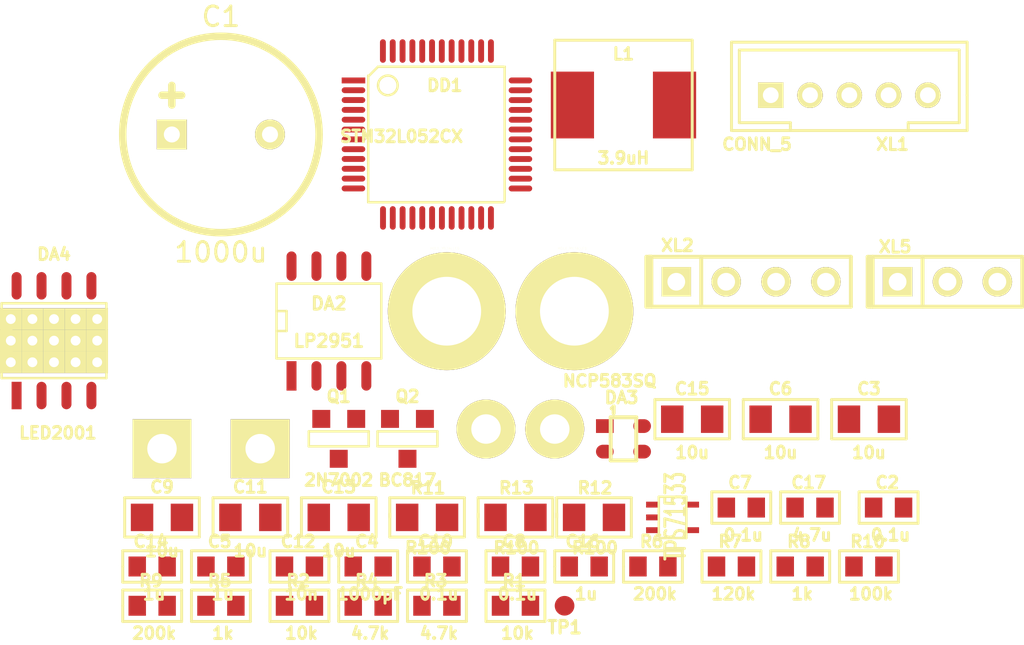
<source format=kicad_pcb>
(kicad_pcb (version 3) (host pcbnew "(2013-07-07 BZR 4022)-stable")

  (general
    (links 121)
    (no_connects 121)
    (area 0 0 0 0)
    (thickness 1.6)
    (drawings 0)
    (tracks 0)
    (zones 0)
    (modules 48)
    (nets 23)
  )

  (page A3)
  (layers
    (15 F.Cu signal)
    (0 B.Cu signal)
    (16 B.Adhes user)
    (17 F.Adhes user)
    (18 B.Paste user)
    (19 F.Paste user)
    (20 B.SilkS user)
    (21 F.SilkS user)
    (22 B.Mask user)
    (23 F.Mask user)
    (24 Dwgs.User user)
    (25 Cmts.User user)
    (26 Eco1.User user)
    (27 Eco2.User user)
    (28 Edge.Cuts user)
  )

  (setup
    (last_trace_width 0.254)
    (trace_clearance 0.254)
    (zone_clearance 0.508)
    (zone_45_only no)
    (trace_min 0.254)
    (segment_width 0.2)
    (edge_width 0.1)
    (via_size 0.889)
    (via_drill 0.635)
    (via_min_size 0.889)
    (via_min_drill 0.508)
    (uvia_size 0.508)
    (uvia_drill 0.127)
    (uvias_allowed no)
    (uvia_min_size 0.508)
    (uvia_min_drill 0.127)
    (pcb_text_width 0.3)
    (pcb_text_size 1.5 1.5)
    (mod_edge_width 0.15)
    (mod_text_size 1 1)
    (mod_text_width 0.15)
    (pad_size 1.1 1.1)
    (pad_drill 0.5)
    (pad_to_mask_clearance 0)
    (aux_axis_origin 0 0)
    (visible_elements FFFFFFBF)
    (pcbplotparams
      (layerselection 3178497)
      (usegerberextensions true)
      (excludeedgelayer true)
      (linewidth 0.150000)
      (plotframeref false)
      (viasonmask false)
      (mode 1)
      (useauxorigin false)
      (hpglpennumber 1)
      (hpglpenspeed 20)
      (hpglpendiameter 15)
      (hpglpenoverlay 2)
      (psnegative false)
      (psa4output false)
      (plotreference true)
      (plotvalue true)
      (plotothertext true)
      (plotinvisibletext false)
      (padsonsilk false)
      (subtractmaskfromsilk false)
      (outputformat 1)
      (mirror false)
      (drillshape 1)
      (scaleselection 1)
      (outputdirectory ""))
  )

  (net 0 "")
  (net 1 +3.3V)
  (net 2 +BATT)
  (net 3 /ADC_BAT)
  (net 4 /BAT_MEASURE)
  (net 5 /Dimming)
  (net 6 /IRQ)
  (net 7 /P_SCL)
  (net 8 /P_SDA)
  (net 9 /PeriphPwr)
  (net 10 /SWCLK)
  (net 11 /SWDIO)
  (net 12 /UART_RX)
  (net 13 /UART_TX)
  (net 14 GND)
  (net 15 N-000002)
  (net 16 N-000003)
  (net 17 N-0000033)
  (net 18 N-0000048)
  (net 19 N-0000051)
  (net 20 N-0000052)
  (net 21 N-0000053)
  (net 22 N-000009)

  (net_class Default "This is the default net class."
    (clearance 0.254)
    (trace_width 0.254)
    (via_dia 0.889)
    (via_drill 0.635)
    (uvia_dia 0.508)
    (uvia_drill 0.127)
    (add_net "")
    (add_net +3.3V)
    (add_net +BATT)
    (add_net /ADC_BAT)
    (add_net /BAT_MEASURE)
    (add_net /Dimming)
    (add_net /IRQ)
    (add_net /P_SCL)
    (add_net /P_SDA)
    (add_net /PeriphPwr)
    (add_net /SWCLK)
    (add_net /SWDIO)
    (add_net /UART_RX)
    (add_net /UART_TX)
    (add_net GND)
    (add_net N-000002)
    (add_net N-000003)
    (add_net N-0000033)
    (add_net N-0000048)
    (add_net N-0000051)
    (add_net N-0000052)
    (add_net N-0000053)
    (add_net N-000009)
  )

  (module TESTPOINT_1MM (layer F.Cu) (tedit 4CE9A986) (tstamp 543640A4)
    (at 135 210.5)
    (path /542FAF64)
    (fp_text reference TP1 (at 0 1.09982) (layer F.SilkS)
      (effects (font (size 0.635 0.635) (thickness 0.16002)))
    )
    (fp_text value TESTPOINT (at 0 -0.89916) (layer F.SilkS) hide
      (effects (font (size 0.127 0.127) (thickness 0.00254)))
    )
    (pad 1 smd circle (at 0 0) (size 1.00076 1.524)
      (layers F.Cu F.Paste F.Mask)
      (net 18 N-0000048)
    )
  )

  (module SOT323 (layer F.Cu) (tedit 4ECE114F) (tstamp 543640B2)
    (at 140.5 206)
    (path /54364543)
    (fp_text reference DA1 (at -0.0508 -1.50114) (layer F.SilkS) hide
      (effects (font (size 0.635 0.635) (thickness 0.16002)))
    )
    (fp_text value TPS71533 (at 0.14986 -0.06096 90) (layer F.SilkS)
      (effects (font (size 1.00076 0.59944) (thickness 0.14986)))
    )
    (fp_line (start -0.70104 0) (end -0.70104 -1.04902) (layer F.SilkS) (width 0.127))
    (fp_line (start -0.70104 -1.04902) (end 0.70104 -1.04902) (layer F.SilkS) (width 0.127))
    (fp_line (start 0.70104 -1.04902) (end 0.70104 1.04902) (layer F.SilkS) (width 0.127))
    (fp_line (start 0.70104 1.04902) (end -0.70104 1.04902) (layer F.SilkS) (width 0.127))
    (fp_line (start -0.70104 1.04902) (end -0.70104 0) (layer F.SilkS) (width 0.127))
    (pad 1 smd rect (at -1.04902 -0.65024) (size 0.59944 0.29972)
      (layers F.Cu F.Paste F.Mask)
    )
    (pad 2 smd rect (at -1.04902 0) (size 0.59944 0.29972)
      (layers F.Cu F.Paste F.Mask)
      (net 14 GND)
    )
    (pad 3 smd rect (at -1.04902 0.65024) (size 0.59944 0.29972)
      (layers F.Cu F.Paste F.Mask)
    )
    (pad 4 smd rect (at 1.04902 0.65024) (size 0.59944 0.29972)
      (layers F.Cu F.Paste F.Mask)
      (net 2 +BATT)
    )
    (pad 5 smd rect (at 1.04902 -0.65024) (size 0.59944 0.29972)
      (layers F.Cu F.Paste F.Mask)
      (net 1 +3.3V)
    )
  )

  (module SOT23 (layer F.Cu) (tedit 4FFB45DA) (tstamp 543640BD)
    (at 127 202)
    (descr "Module SOT23")
    (path /54363212)
    (attr smd)
    (fp_text reference Q2 (at 0 -2.159) (layer F.SilkS)
      (effects (font (size 0.59944 0.59944) (thickness 0.14986)))
    )
    (fp_text value BC817 (at 0 2.10058) (layer F.SilkS)
      (effects (font (size 0.59944 0.59944) (thickness 0.14986)))
    )
    (fp_line (start -1.524 -0.381) (end 1.524 -0.381) (layer F.SilkS) (width 0.127))
    (fp_line (start 1.524 -0.381) (end 1.524 0.381) (layer F.SilkS) (width 0.127))
    (fp_line (start 1.524 0.381) (end -1.524 0.381) (layer F.SilkS) (width 0.127))
    (fp_line (start -1.524 0.381) (end -1.524 -0.381) (layer F.SilkS) (width 0.127))
    (pad 2 smd rect (at -0.889 -1.016) (size 0.9144 0.9144)
      (layers F.Cu F.Paste F.Mask)
      (net 14 GND)
    )
    (pad 1 smd rect (at 0.889 -1.016) (size 0.9144 0.9144)
      (layers F.Cu F.Paste F.Mask)
      (net 15 N-000002)
    )
    (pad 3 smd rect (at 0 1.016) (size 0.9144 0.9144)
      (layers F.Cu F.Paste F.Mask)
      (net 16 N-000003)
    )
    (model 3d\sot23-3.wrl
      (at (xyz 0 0 0))
      (scale (xyz 1 1 1))
      (rotate (xyz 0 0 180))
    )
  )

  (module SOT23 (layer F.Cu) (tedit 4FFB45DA) (tstamp 543640C8)
    (at 123.5 202)
    (descr "Module SOT23")
    (path /54324350)
    (attr smd)
    (fp_text reference Q1 (at 0 -2.159) (layer F.SilkS)
      (effects (font (size 0.59944 0.59944) (thickness 0.14986)))
    )
    (fp_text value 2N7002 (at 0 2.10058) (layer F.SilkS)
      (effects (font (size 0.59944 0.59944) (thickness 0.14986)))
    )
    (fp_line (start -1.524 -0.381) (end 1.524 -0.381) (layer F.SilkS) (width 0.127))
    (fp_line (start 1.524 -0.381) (end 1.524 0.381) (layer F.SilkS) (width 0.127))
    (fp_line (start 1.524 0.381) (end -1.524 0.381) (layer F.SilkS) (width 0.127))
    (fp_line (start -1.524 0.381) (end -1.524 -0.381) (layer F.SilkS) (width 0.127))
    (pad 2 smd rect (at -0.889 -1.016) (size 0.9144 0.9144)
      (layers F.Cu F.Paste F.Mask)
      (net 14 GND)
    )
    (pad 1 smd rect (at 0.889 -1.016) (size 0.9144 0.9144)
      (layers F.Cu F.Paste F.Mask)
      (net 22 N-000009)
    )
    (pad 3 smd rect (at 0 1.016) (size 0.9144 0.9144)
      (layers F.Cu F.Paste F.Mask)
      (net 6 /IRQ)
    )
    (model 3d\sot23-3.wrl
      (at (xyz 0 0 0))
      (scale (xyz 1 1 1))
      (rotate (xyz 0 0 180))
    )
  )

  (module SO8E (layer F.Cu) (tedit 4DD9871C) (tstamp 543640F1)
    (at 123 196)
    (descr "module CMS SOJ 8 pins etroit")
    (tags "CMS SOJ")
    (path /54364578)
    (attr smd)
    (fp_text reference DA2 (at 0 -0.889) (layer F.SilkS)
      (effects (font (size 0.635 0.635) (thickness 0.14986)))
    )
    (fp_text value LP2951 (at 0 1.016) (layer F.SilkS)
      (effects (font (size 0.635 0.635) (thickness 0.14986)))
    )
    (fp_line (start -2.667 1.778) (end -2.667 1.905) (layer F.SilkS) (width 0.127))
    (fp_line (start -2.667 1.905) (end 2.667 1.905) (layer F.SilkS) (width 0.127))
    (fp_line (start 2.667 -1.905) (end -2.667 -1.905) (layer F.SilkS) (width 0.127))
    (fp_line (start -2.667 -1.905) (end -2.667 1.778) (layer F.SilkS) (width 0.127))
    (fp_line (start -2.667 -0.508) (end -2.159 -0.508) (layer F.SilkS) (width 0.127))
    (fp_line (start -2.159 -0.508) (end -2.159 0.508) (layer F.SilkS) (width 0.127))
    (fp_line (start -2.159 0.508) (end -2.667 0.508) (layer F.SilkS) (width 0.127))
    (fp_line (start 2.667 -1.905) (end 2.667 1.905) (layer F.SilkS) (width 0.127))
    (pad 8 smd oval (at -1.905 -2.794) (size 0.508 1.50114)
      (layers F.Cu F.Paste F.Mask)
      (net 2 +BATT)
    )
    (pad 1 smd rect (at -1.905 2.794) (size 0.508 1.50114)
      (layers F.Cu F.Paste F.Mask)
      (net 1 +3.3V)
    )
    (pad 7 smd oval (at -0.635 -2.794) (size 0.508 1.50114)
      (layers F.Cu F.Paste F.Mask)
      (net 17 N-0000033)
    )
    (pad 6 smd oval (at 0.635 -2.794) (size 0.508 1.50114)
      (layers F.Cu F.Paste F.Mask)
    )
    (pad 5 smd oval (at 1.905 -2.794) (size 0.508 1.50114)
      (layers F.Cu F.Paste F.Mask)
    )
    (pad 2 smd oval (at -0.635 2.794) (size 0.508 1.50114)
      (layers F.Cu F.Paste F.Mask)
    )
    (pad 3 smd oval (at 0.635 2.794) (size 0.508 1.50114)
      (layers F.Cu F.Paste F.Mask)
      (net 14 GND)
    )
    (pad 4 smd oval (at 1.905 2.794) (size 0.508 1.50114)
      (layers F.Cu F.Paste F.Mask)
      (net 14 GND)
    )
    (model smd/cms_so8.wrl
      (at (xyz 0 0 0))
      (scale (xyz 0.5 0.32 0.5))
      (rotate (xyz 0 0 0))
    )
  )

  (module SC82AB (layer F.Cu) (tedit 5047C523) (tstamp 54364100)
    (at 138 202)
    (path /543656E7)
    (fp_text reference DA3 (at -0.09906 -2.10058) (layer F.SilkS)
      (effects (font (size 0.59944 0.59944) (thickness 0.14986)))
    )
    (fp_text value NCP583SQ (at -0.70104 -2.94894) (layer F.SilkS)
      (effects (font (size 0.59944 0.59944) (thickness 0.14986)))
    )
    (fp_line (start -0.50038 -1.30048) (end -0.50038 -1.651) (layer F.SilkS) (width 0.20066))
    (fp_line (start -0.50038 -1.651) (end -0.59944 -1.5494) (layer F.SilkS) (width 0.20066))
    (fp_line (start -0.65024 0) (end -0.65024 -1.09982) (layer F.SilkS) (width 0.20066))
    (fp_line (start -0.65024 -1.09982) (end 0.65024 -1.09982) (layer F.SilkS) (width 0.20066))
    (fp_line (start 0.65024 -1.09982) (end 0.65024 1.09982) (layer F.SilkS) (width 0.20066))
    (fp_line (start 0.65024 1.09982) (end -0.65024 1.09982) (layer F.SilkS) (width 0.20066))
    (fp_line (start -0.65024 1.09982) (end -0.65024 0) (layer F.SilkS) (width 0.20066))
    (pad 1 smd rect (at -0.94996 -0.65024) (size 0.89916 0.70104)
      (layers F.Cu F.Paste F.Mask)
      (net 2 +BATT)
    )
    (pad 2 smd oval (at -0.94996 0.65024) (size 0.89916 0.70104)
      (layers F.Cu F.Paste F.Mask)
      (net 14 GND)
    )
    (pad 3 smd oval (at 0.94996 0.65024) (size 0.89916 0.70104)
      (layers F.Cu F.Paste F.Mask)
      (net 1 +3.3V)
    )
    (pad 4 smd oval (at 0.94996 -0.65024) (size 0.89916 0.70104)
      (layers F.Cu F.Paste F.Mask)
      (net 2 +BATT)
    )
  )

  (module RES_0805 (layer F.Cu) (tedit 518CF0FA) (tstamp 5436410B)
    (at 136.5 206)
    (path /542F184E)
    (attr smd)
    (fp_text reference R12 (at 0.05 -1.5) (layer F.SilkS)
      (effects (font (size 0.6 0.6) (thickness 0.15)))
    )
    (fp_text value R100 (at 0.05 1.55) (layer F.SilkS)
      (effects (font (size 0.6 0.6) (thickness 0.15)))
    )
    (fp_line (start -1.9 0) (end -1.9 -1) (layer F.SilkS) (width 0.15))
    (fp_line (start -1.9 -1) (end 1.9 -1) (layer F.SilkS) (width 0.15))
    (fp_line (start 1.9 -1) (end 1.9 1) (layer F.SilkS) (width 0.15))
    (fp_line (start 1.9 1) (end -1.9 1) (layer F.SilkS) (width 0.15))
    (fp_line (start -1.9 1) (end -1.9 -0.2) (layer F.SilkS) (width 0.15))
    (pad 1 smd rect (at -1.016 0) (size 1.143 1.397)
      (layers F.Cu F.Paste F.Mask)
      (net 20 N-0000052)
    )
    (pad 2 smd rect (at 1.016 0) (size 1.143 1.397)
      (layers F.Cu F.Paste F.Mask)
      (net 14 GND)
    )
    (model 3d\r_0805.wrl
      (at (xyz 0 0 0))
      (scale (xyz 1 1 1))
      (rotate (xyz 0 0 0))
    )
  )

  (module RES_0805 (layer F.Cu) (tedit 518CF0FA) (tstamp 54364116)
    (at 132.5 206)
    (path /542F1837)
    (attr smd)
    (fp_text reference R13 (at 0.05 -1.5) (layer F.SilkS)
      (effects (font (size 0.6 0.6) (thickness 0.15)))
    )
    (fp_text value R100 (at 0.05 1.55) (layer F.SilkS)
      (effects (font (size 0.6 0.6) (thickness 0.15)))
    )
    (fp_line (start -1.9 0) (end -1.9 -1) (layer F.SilkS) (width 0.15))
    (fp_line (start -1.9 -1) (end 1.9 -1) (layer F.SilkS) (width 0.15))
    (fp_line (start 1.9 -1) (end 1.9 1) (layer F.SilkS) (width 0.15))
    (fp_line (start 1.9 1) (end -1.9 1) (layer F.SilkS) (width 0.15))
    (fp_line (start -1.9 1) (end -1.9 -0.2) (layer F.SilkS) (width 0.15))
    (pad 1 smd rect (at -1.016 0) (size 1.143 1.397)
      (layers F.Cu F.Paste F.Mask)
      (net 20 N-0000052)
    )
    (pad 2 smd rect (at 1.016 0) (size 1.143 1.397)
      (layers F.Cu F.Paste F.Mask)
      (net 14 GND)
    )
    (model 3d\r_0805.wrl
      (at (xyz 0 0 0))
      (scale (xyz 1 1 1))
      (rotate (xyz 0 0 0))
    )
  )

  (module RES_0805 (layer F.Cu) (tedit 518CF0FA) (tstamp 54364121)
    (at 128 206)
    (path /542F185E)
    (attr smd)
    (fp_text reference R11 (at 0.05 -1.5) (layer F.SilkS)
      (effects (font (size 0.6 0.6) (thickness 0.15)))
    )
    (fp_text value R100 (at 0.05 1.55) (layer F.SilkS)
      (effects (font (size 0.6 0.6) (thickness 0.15)))
    )
    (fp_line (start -1.9 0) (end -1.9 -1) (layer F.SilkS) (width 0.15))
    (fp_line (start -1.9 -1) (end 1.9 -1) (layer F.SilkS) (width 0.15))
    (fp_line (start 1.9 -1) (end 1.9 1) (layer F.SilkS) (width 0.15))
    (fp_line (start 1.9 1) (end -1.9 1) (layer F.SilkS) (width 0.15))
    (fp_line (start -1.9 1) (end -1.9 -0.2) (layer F.SilkS) (width 0.15))
    (pad 1 smd rect (at -1.016 0) (size 1.143 1.397)
      (layers F.Cu F.Paste F.Mask)
      (net 20 N-0000052)
    )
    (pad 2 smd rect (at 1.016 0) (size 1.143 1.397)
      (layers F.Cu F.Paste F.Mask)
      (net 14 GND)
    )
    (model 3d\r_0805.wrl
      (at (xyz 0 0 0))
      (scale (xyz 1 1 1))
      (rotate (xyz 0 0 0))
    )
  )

  (module RES_0603 (layer F.Cu) (tedit 518CEC2B) (tstamp 5436412C)
    (at 132.5 210.5)
    (path /5433B566)
    (attr smd)
    (fp_text reference R1 (at -0.0635 -1.27) (layer F.SilkS)
      (effects (font (size 0.6 0.6) (thickness 0.15)))
    )
    (fp_text value 10k (at 0.09906 1.39954) (layer F.SilkS)
      (effects (font (size 0.6 0.6) (thickness 0.15)))
    )
    (fp_line (start -1.5 0) (end -1.5 -0.8) (layer F.SilkS) (width 0.15))
    (fp_line (start -1.5 -0.8) (end 1.5 -0.8) (layer F.SilkS) (width 0.15))
    (fp_line (start 1.5 -0.8) (end 1.5 0.8) (layer F.SilkS) (width 0.15))
    (fp_line (start 1.5 0.8) (end -1.5 0.8) (layer F.SilkS) (width 0.15))
    (fp_line (start -1.5 0.8) (end -1.5 0) (layer F.SilkS) (width 0.15))
    (pad 1 smd rect (at -0.762 0) (size 0.889 1.016)
      (layers F.Cu F.Paste F.Mask)
      (net 9 /PeriphPwr)
    )
    (pad 2 smd rect (at 0.762 0) (size 0.889 1.016)
      (layers F.Cu F.Paste F.Mask)
      (net 22 N-000009)
    )
    (model 3d\r_0603.wrl
      (at (xyz 0 0 0))
      (scale (xyz 1 1 1))
      (rotate (xyz 0 0 0))
    )
  )

  (module RES_0603 (layer F.Cu) (tedit 518CEC2B) (tstamp 54364137)
    (at 128.5 210.5)
    (path /542FB0EB)
    (attr smd)
    (fp_text reference R3 (at -0.0635 -1.27) (layer F.SilkS)
      (effects (font (size 0.6 0.6) (thickness 0.15)))
    )
    (fp_text value 4.7k (at 0.09906 1.39954) (layer F.SilkS)
      (effects (font (size 0.6 0.6) (thickness 0.15)))
    )
    (fp_line (start -1.5 0) (end -1.5 -0.8) (layer F.SilkS) (width 0.15))
    (fp_line (start -1.5 -0.8) (end 1.5 -0.8) (layer F.SilkS) (width 0.15))
    (fp_line (start 1.5 -0.8) (end 1.5 0.8) (layer F.SilkS) (width 0.15))
    (fp_line (start 1.5 0.8) (end -1.5 0.8) (layer F.SilkS) (width 0.15))
    (fp_line (start -1.5 0.8) (end -1.5 0) (layer F.SilkS) (width 0.15))
    (pad 1 smd rect (at -0.762 0) (size 0.889 1.016)
      (layers F.Cu F.Paste F.Mask)
      (net 9 /PeriphPwr)
    )
    (pad 2 smd rect (at 0.762 0) (size 0.889 1.016)
      (layers F.Cu F.Paste F.Mask)
      (net 7 /P_SCL)
    )
    (model 3d\r_0603.wrl
      (at (xyz 0 0 0))
      (scale (xyz 1 1 1))
      (rotate (xyz 0 0 0))
    )
  )

  (module RES_0603 (layer F.Cu) (tedit 518CEC2B) (tstamp 54364142)
    (at 125 210.5)
    (path /542FB0FD)
    (attr smd)
    (fp_text reference R4 (at -0.0635 -1.27) (layer F.SilkS)
      (effects (font (size 0.6 0.6) (thickness 0.15)))
    )
    (fp_text value 4.7k (at 0.09906 1.39954) (layer F.SilkS)
      (effects (font (size 0.6 0.6) (thickness 0.15)))
    )
    (fp_line (start -1.5 0) (end -1.5 -0.8) (layer F.SilkS) (width 0.15))
    (fp_line (start -1.5 -0.8) (end 1.5 -0.8) (layer F.SilkS) (width 0.15))
    (fp_line (start 1.5 -0.8) (end 1.5 0.8) (layer F.SilkS) (width 0.15))
    (fp_line (start 1.5 0.8) (end -1.5 0.8) (layer F.SilkS) (width 0.15))
    (fp_line (start -1.5 0.8) (end -1.5 0) (layer F.SilkS) (width 0.15))
    (pad 1 smd rect (at -0.762 0) (size 0.889 1.016)
      (layers F.Cu F.Paste F.Mask)
      (net 9 /PeriphPwr)
    )
    (pad 2 smd rect (at 0.762 0) (size 0.889 1.016)
      (layers F.Cu F.Paste F.Mask)
      (net 8 /P_SDA)
    )
    (model 3d\r_0603.wrl
      (at (xyz 0 0 0))
      (scale (xyz 1 1 1))
      (rotate (xyz 0 0 0))
    )
  )

  (module RES_0603 (layer F.Cu) (tedit 518CEC2B) (tstamp 5436414D)
    (at 121.5 210.5)
    (path /54324493)
    (attr smd)
    (fp_text reference R2 (at -0.0635 -1.27) (layer F.SilkS)
      (effects (font (size 0.6 0.6) (thickness 0.15)))
    )
    (fp_text value 10k (at 0.09906 1.39954) (layer F.SilkS)
      (effects (font (size 0.6 0.6) (thickness 0.15)))
    )
    (fp_line (start -1.5 0) (end -1.5 -0.8) (layer F.SilkS) (width 0.15))
    (fp_line (start -1.5 -0.8) (end 1.5 -0.8) (layer F.SilkS) (width 0.15))
    (fp_line (start 1.5 -0.8) (end 1.5 0.8) (layer F.SilkS) (width 0.15))
    (fp_line (start 1.5 0.8) (end -1.5 0.8) (layer F.SilkS) (width 0.15))
    (fp_line (start -1.5 0.8) (end -1.5 0) (layer F.SilkS) (width 0.15))
    (pad 1 smd rect (at -0.762 0) (size 0.889 1.016)
      (layers F.Cu F.Paste F.Mask)
      (net 9 /PeriphPwr)
    )
    (pad 2 smd rect (at 0.762 0) (size 0.889 1.016)
      (layers F.Cu F.Paste F.Mask)
      (net 6 /IRQ)
    )
    (model 3d\r_0603.wrl
      (at (xyz 0 0 0))
      (scale (xyz 1 1 1))
      (rotate (xyz 0 0 0))
    )
  )

  (module RES_0603 (layer F.Cu) (tedit 518CEC2B) (tstamp 54364158)
    (at 117.5 210.5)
    (path /542FB113)
    (attr smd)
    (fp_text reference R5 (at -0.0635 -1.27) (layer F.SilkS)
      (effects (font (size 0.6 0.6) (thickness 0.15)))
    )
    (fp_text value 1k (at 0.09906 1.39954) (layer F.SilkS)
      (effects (font (size 0.6 0.6) (thickness 0.15)))
    )
    (fp_line (start -1.5 0) (end -1.5 -0.8) (layer F.SilkS) (width 0.15))
    (fp_line (start -1.5 -0.8) (end 1.5 -0.8) (layer F.SilkS) (width 0.15))
    (fp_line (start 1.5 -0.8) (end 1.5 0.8) (layer F.SilkS) (width 0.15))
    (fp_line (start 1.5 0.8) (end -1.5 0.8) (layer F.SilkS) (width 0.15))
    (fp_line (start -1.5 0.8) (end -1.5 0) (layer F.SilkS) (width 0.15))
    (pad 1 smd rect (at -0.762 0) (size 0.889 1.016)
      (layers F.Cu F.Paste F.Mask)
      (net 1 +3.3V)
    )
    (pad 2 smd rect (at 0.762 0) (size 0.889 1.016)
      (layers F.Cu F.Paste F.Mask)
      (net 9 /PeriphPwr)
    )
    (model 3d\r_0603.wrl
      (at (xyz 0 0 0))
      (scale (xyz 1 1 1))
      (rotate (xyz 0 0 0))
    )
  )

  (module RES_0603 (layer F.Cu) (tedit 518CEC2B) (tstamp 54364163)
    (at 114 210.5)
    (path /5433BD52)
    (attr smd)
    (fp_text reference R9 (at -0.0635 -1.27) (layer F.SilkS)
      (effects (font (size 0.6 0.6) (thickness 0.15)))
    )
    (fp_text value 200k (at 0.09906 1.39954) (layer F.SilkS)
      (effects (font (size 0.6 0.6) (thickness 0.15)))
    )
    (fp_line (start -1.5 0) (end -1.5 -0.8) (layer F.SilkS) (width 0.15))
    (fp_line (start -1.5 -0.8) (end 1.5 -0.8) (layer F.SilkS) (width 0.15))
    (fp_line (start 1.5 -0.8) (end 1.5 0.8) (layer F.SilkS) (width 0.15))
    (fp_line (start 1.5 0.8) (end -1.5 0.8) (layer F.SilkS) (width 0.15))
    (fp_line (start -1.5 0.8) (end -1.5 0) (layer F.SilkS) (width 0.15))
    (pad 1 smd rect (at -0.762 0) (size 0.889 1.016)
      (layers F.Cu F.Paste F.Mask)
      (net 2 +BATT)
    )
    (pad 2 smd rect (at 0.762 0) (size 0.889 1.016)
      (layers F.Cu F.Paste F.Mask)
      (net 3 /ADC_BAT)
    )
    (model 3d\r_0603.wrl
      (at (xyz 0 0 0))
      (scale (xyz 1 1 1))
      (rotate (xyz 0 0 0))
    )
  )

  (module RES_0603 (layer F.Cu) (tedit 518CEC2B) (tstamp 5436416E)
    (at 150.5 208.5)
    (path /5433BD61)
    (attr smd)
    (fp_text reference R10 (at -0.0635 -1.27) (layer F.SilkS)
      (effects (font (size 0.6 0.6) (thickness 0.15)))
    )
    (fp_text value 100k (at 0.09906 1.39954) (layer F.SilkS)
      (effects (font (size 0.6 0.6) (thickness 0.15)))
    )
    (fp_line (start -1.5 0) (end -1.5 -0.8) (layer F.SilkS) (width 0.15))
    (fp_line (start -1.5 -0.8) (end 1.5 -0.8) (layer F.SilkS) (width 0.15))
    (fp_line (start 1.5 -0.8) (end 1.5 0.8) (layer F.SilkS) (width 0.15))
    (fp_line (start 1.5 0.8) (end -1.5 0.8) (layer F.SilkS) (width 0.15))
    (fp_line (start -1.5 0.8) (end -1.5 0) (layer F.SilkS) (width 0.15))
    (pad 1 smd rect (at -0.762 0) (size 0.889 1.016)
      (layers F.Cu F.Paste F.Mask)
      (net 3 /ADC_BAT)
    )
    (pad 2 smd rect (at 0.762 0) (size 0.889 1.016)
      (layers F.Cu F.Paste F.Mask)
      (net 16 N-000003)
    )
    (model 3d\r_0603.wrl
      (at (xyz 0 0 0))
      (scale (xyz 1 1 1))
      (rotate (xyz 0 0 0))
    )
  )

  (module RES_0603 (layer F.Cu) (tedit 518CEC2B) (tstamp 54364179)
    (at 147 208.5)
    (path /543632B0)
    (attr smd)
    (fp_text reference R8 (at -0.0635 -1.27) (layer F.SilkS)
      (effects (font (size 0.6 0.6) (thickness 0.15)))
    )
    (fp_text value 1k (at 0.09906 1.39954) (layer F.SilkS)
      (effects (font (size 0.6 0.6) (thickness 0.15)))
    )
    (fp_line (start -1.5 0) (end -1.5 -0.8) (layer F.SilkS) (width 0.15))
    (fp_line (start -1.5 -0.8) (end 1.5 -0.8) (layer F.SilkS) (width 0.15))
    (fp_line (start 1.5 -0.8) (end 1.5 0.8) (layer F.SilkS) (width 0.15))
    (fp_line (start 1.5 0.8) (end -1.5 0.8) (layer F.SilkS) (width 0.15))
    (fp_line (start -1.5 0.8) (end -1.5 0) (layer F.SilkS) (width 0.15))
    (pad 1 smd rect (at -0.762 0) (size 0.889 1.016)
      (layers F.Cu F.Paste F.Mask)
      (net 4 /BAT_MEASURE)
    )
    (pad 2 smd rect (at 0.762 0) (size 0.889 1.016)
      (layers F.Cu F.Paste F.Mask)
      (net 15 N-000002)
    )
    (model 3d\r_0603.wrl
      (at (xyz 0 0 0))
      (scale (xyz 1 1 1))
      (rotate (xyz 0 0 0))
    )
  )

  (module RES_0603 (layer F.Cu) (tedit 518CEC2B) (tstamp 54364184)
    (at 143.5 208.5)
    (path /54364566)
    (attr smd)
    (fp_text reference R7 (at -0.0635 -1.27) (layer F.SilkS)
      (effects (font (size 0.6 0.6) (thickness 0.15)))
    )
    (fp_text value 120k (at 0.09906 1.39954) (layer F.SilkS)
      (effects (font (size 0.6 0.6) (thickness 0.15)))
    )
    (fp_line (start -1.5 0) (end -1.5 -0.8) (layer F.SilkS) (width 0.15))
    (fp_line (start -1.5 -0.8) (end 1.5 -0.8) (layer F.SilkS) (width 0.15))
    (fp_line (start 1.5 -0.8) (end 1.5 0.8) (layer F.SilkS) (width 0.15))
    (fp_line (start 1.5 0.8) (end -1.5 0.8) (layer F.SilkS) (width 0.15))
    (fp_line (start -1.5 0.8) (end -1.5 0) (layer F.SilkS) (width 0.15))
    (pad 1 smd rect (at -0.762 0) (size 0.889 1.016)
      (layers F.Cu F.Paste F.Mask)
      (net 17 N-0000033)
    )
    (pad 2 smd rect (at 0.762 0) (size 0.889 1.016)
      (layers F.Cu F.Paste F.Mask)
      (net 14 GND)
    )
    (model 3d\r_0603.wrl
      (at (xyz 0 0 0))
      (scale (xyz 1 1 1))
      (rotate (xyz 0 0 0))
    )
  )

  (module RES_0603 (layer F.Cu) (tedit 518CEC2B) (tstamp 5436418F)
    (at 139.5 208.5)
    (path /5436456C)
    (attr smd)
    (fp_text reference R6 (at -0.0635 -1.27) (layer F.SilkS)
      (effects (font (size 0.6 0.6) (thickness 0.15)))
    )
    (fp_text value 200k (at 0.09906 1.39954) (layer F.SilkS)
      (effects (font (size 0.6 0.6) (thickness 0.15)))
    )
    (fp_line (start -1.5 0) (end -1.5 -0.8) (layer F.SilkS) (width 0.15))
    (fp_line (start -1.5 -0.8) (end 1.5 -0.8) (layer F.SilkS) (width 0.15))
    (fp_line (start 1.5 -0.8) (end 1.5 0.8) (layer F.SilkS) (width 0.15))
    (fp_line (start 1.5 0.8) (end -1.5 0.8) (layer F.SilkS) (width 0.15))
    (fp_line (start -1.5 0.8) (end -1.5 0) (layer F.SilkS) (width 0.15))
    (pad 1 smd rect (at -0.762 0) (size 0.889 1.016)
      (layers F.Cu F.Paste F.Mask)
      (net 1 +3.3V)
    )
    (pad 2 smd rect (at 0.762 0) (size 0.889 1.016)
      (layers F.Cu F.Paste F.Mask)
      (net 17 N-0000033)
    )
    (model 3d\r_0603.wrl
      (at (xyz 0 0 0))
      (scale (xyz 1 1 1))
      (rotate (xyz 0 0 0))
    )
  )

  (module LQFP48 (layer F.Cu) (tedit 4FFB4676) (tstamp 543641C9)
    (at 128.5 186.5)
    (path /542EF266)
    (fp_text reference DD1 (at 0.39878 -2.49936) (layer F.SilkS)
      (effects (font (size 0.59944 0.59944) (thickness 0.14986)))
    )
    (fp_text value STM32L052CX (at -1.80086 0.09906) (layer F.SilkS)
      (effects (font (size 0.59944 0.59944) (thickness 0.14986)))
    )
    (fp_line (start 3.39852 3.44932) (end -3.50012 3.44932) (layer F.SilkS) (width 0.127))
    (fp_line (start -3.50012 3.44932) (end -3.50012 -2.99974) (layer F.SilkS) (width 0.127))
    (fp_line (start -3.44932 -2.99974) (end -2.99974 -3.44932) (layer F.SilkS) (width 0.127))
    (fp_line (start -2.99974 -3.44932) (end 3.44932 -3.44932) (layer F.SilkS) (width 0.127))
    (fp_line (start 3.44932 -3.44932) (end 3.44932 3.40106) (layer F.SilkS) (width 0.127))
    (fp_circle (center -2.49936 -2.49936) (end -1.99898 -2.49936) (layer F.SilkS) (width 0.127))
    (pad 1 smd rect (at -4.24942 -2.75082) (size 1.19888 0.29972)
      (layers F.Cu F.Paste F.Mask)
      (net 1 +3.3V)
    )
    (pad 2 smd oval (at -4.24942 -2.25298) (size 1.19888 0.29972)
      (layers F.Cu F.Paste F.Mask)
    )
    (pad 3 smd oval (at -4.24942 -1.7526) (size 1.19888 0.29972)
      (layers F.Cu F.Paste F.Mask)
    )
    (pad 4 smd oval (at -4.24942 -1.25222) (size 1.19888 0.29972)
      (layers F.Cu F.Paste F.Mask)
    )
    (pad 5 smd oval (at -4.24942 -0.75184) (size 1.19888 0.29972)
      (layers F.Cu F.Paste F.Mask)
    )
    (pad 6 smd oval (at -4.24942 -0.25146) (size 1.19888 0.29972)
      (layers F.Cu F.Paste F.Mask)
    )
    (pad 7 smd oval (at -4.24942 0.24892) (size 1.19888 0.29972)
      (layers F.Cu F.Paste F.Mask)
      (net 18 N-0000048)
    )
    (pad 8 smd oval (at -4.24942 0.7493) (size 1.19888 0.29972)
      (layers F.Cu F.Paste F.Mask)
      (net 14 GND)
    )
    (pad 9 smd oval (at -4.24942 1.24714) (size 1.19888 0.29972)
      (layers F.Cu F.Paste F.Mask)
      (net 1 +3.3V)
    )
    (pad 10 smd oval (at -4.24942 1.74752) (size 1.19888 0.29972)
      (layers F.Cu F.Paste F.Mask)
      (net 6 /IRQ)
    )
    (pad 11 smd oval (at -4.24942 2.2479) (size 1.19888 0.29972)
      (layers F.Cu F.Paste F.Mask)
    )
    (pad 12 smd oval (at -4.25196 2.74828) (size 1.19888 0.29972)
      (layers F.Cu F.Paste F.Mask)
      (net 5 /Dimming)
    )
    (pad 13 smd oval (at -2.74574 4.24942 90) (size 1.19888 0.29972)
      (layers F.Cu F.Paste F.Mask)
    )
    (pad 14 smd oval (at -2.2479 4.24942 90) (size 1.19888 0.29972)
      (layers F.Cu F.Paste F.Mask)
      (net 3 /ADC_BAT)
    )
    (pad 15 smd oval (at -1.74752 4.24942 90) (size 1.19888 0.29972)
      (layers F.Cu F.Paste F.Mask)
      (net 4 /BAT_MEASURE)
    )
    (pad 16 smd oval (at -1.24714 4.24942 90) (size 1.19888 0.29972)
      (layers F.Cu F.Paste F.Mask)
    )
    (pad 17 smd oval (at -0.74676 4.24942 90) (size 1.19888 0.29972)
      (layers F.Cu F.Paste F.Mask)
    )
    (pad 18 smd oval (at -0.24638 4.24942 90) (size 1.19888 0.29972)
      (layers F.Cu F.Paste F.Mask)
    )
    (pad 19 smd oval (at 0.254 4.24942 90) (size 1.19888 0.29972)
      (layers F.Cu F.Paste F.Mask)
    )
    (pad 20 smd oval (at 0.75184 4.24942 90) (size 1.19888 0.29972)
      (layers F.Cu F.Paste F.Mask)
    )
    (pad 21 smd oval (at 1.25222 4.24942 90) (size 1.19888 0.29972)
      (layers F.Cu F.Paste F.Mask)
    )
    (pad 22 smd oval (at 1.7526 4.24942 90) (size 1.19888 0.29972)
      (layers F.Cu F.Paste F.Mask)
    )
    (pad 23 smd oval (at 2.25044 4.24942 90) (size 1.19888 0.29972)
      (layers F.Cu F.Paste F.Mask)
      (net 14 GND)
    )
    (pad 24 smd oval (at 2.75082 4.24942 90) (size 1.19888 0.29972)
      (layers F.Cu F.Paste F.Mask)
      (net 1 +3.3V)
    )
    (pad 25 smd oval (at 4.25196 2.75082) (size 1.19888 0.29972)
      (layers F.Cu F.Paste F.Mask)
    )
    (pad 26 smd oval (at 4.25196 2.25044) (size 1.19888 0.29972)
      (layers F.Cu F.Paste F.Mask)
    )
    (pad 27 smd oval (at 4.25196 1.75006) (size 1.19888 0.29972)
      (layers F.Cu F.Paste F.Mask)
    )
    (pad 28 smd oval (at 4.25196 1.24968) (size 1.19888 0.29972)
      (layers F.Cu F.Paste F.Mask)
    )
    (pad 29 smd oval (at 4.25196 0.7493) (size 1.19888 0.29972)
      (layers F.Cu F.Paste F.Mask)
    )
    (pad 30 smd oval (at 4.25196 0.24892) (size 1.19888 0.29972)
      (layers F.Cu F.Paste F.Mask)
      (net 13 /UART_TX)
    )
    (pad 31 smd oval (at 4.25196 -0.25146) (size 1.19888 0.29972)
      (layers F.Cu F.Paste F.Mask)
      (net 12 /UART_RX)
    )
    (pad 32 smd oval (at 4.25196 -0.7493) (size 1.19888 0.29972)
      (layers F.Cu F.Paste F.Mask)
    )
    (pad 33 smd oval (at 4.25196 -1.24968) (size 1.19888 0.29972)
      (layers F.Cu F.Paste F.Mask)
    )
    (pad 34 smd oval (at 4.25196 -1.75006) (size 1.19888 0.29972)
      (layers F.Cu F.Paste F.Mask)
      (net 11 /SWDIO)
    )
    (pad 35 smd oval (at 4.25196 -2.25044) (size 1.19888 0.29972)
      (layers F.Cu F.Paste F.Mask)
      (net 14 GND)
    )
    (pad 36 smd oval (at 4.25196 -2.75082) (size 1.19888 0.29972)
      (layers F.Cu F.Paste F.Mask)
      (net 1 +3.3V)
    )
    (pad 37 smd oval (at 2.75082 -4.24942 90) (size 1.19888 0.29972)
      (layers F.Cu F.Paste F.Mask)
      (net 10 /SWCLK)
    )
    (pad 38 smd oval (at 2.25044 -4.24942 90) (size 1.19888 0.29972)
      (layers F.Cu F.Paste F.Mask)
    )
    (pad 39 smd oval (at 1.75006 -4.24942 90) (size 1.19888 0.29972)
      (layers F.Cu F.Paste F.Mask)
    )
    (pad 40 smd oval (at 1.24968 -4.24942 90) (size 1.19888 0.29972)
      (layers F.Cu F.Paste F.Mask)
    )
    (pad 41 smd oval (at 0.7493 -4.24942 90) (size 1.19888 0.29972)
      (layers F.Cu F.Paste F.Mask)
      (net 9 /PeriphPwr)
    )
    (pad 42 smd oval (at 0.24892 -4.24942 90) (size 1.19888 0.29972)
      (layers F.Cu F.Paste F.Mask)
      (net 7 /P_SCL)
    )
    (pad 43 smd oval (at -0.24892 -4.24942 90) (size 1.19888 0.29972)
      (layers F.Cu F.Paste F.Mask)
      (net 8 /P_SDA)
    )
    (pad 44 smd oval (at -0.7493 -4.24942 90) (size 1.19888 0.29972)
      (layers F.Cu F.Paste F.Mask)
      (net 14 GND)
    )
    (pad 45 smd oval (at -1.24968 -4.24942 90) (size 1.19888 0.29972)
      (layers F.Cu F.Paste F.Mask)
    )
    (pad 46 smd oval (at -1.75006 -4.24942 90) (size 1.19888 0.29972)
      (layers F.Cu F.Paste F.Mask)
    )
    (pad 47 smd oval (at -2.25044 -4.24942 90) (size 1.19888 0.29972)
      (layers F.Cu F.Paste F.Mask)
      (net 14 GND)
    )
    (pad 48 smd oval (at -2.75082 -4.24942 90) (size 1.19888 0.29972)
      (layers F.Cu F.Paste F.Mask)
      (net 1 +3.3V)
    )
    (model 3d\lqfp-48.wrl
      (at (xyz 0 0 0))
      (scale (xyz 1 1 1))
      (rotate (xyz 0 0 90))
    )
  )

  (module IND_SP6045 (layer F.Cu) (tedit 54363D9F) (tstamp 543641D3)
    (at 138 185)
    (path /542F1670)
    (fp_text reference L1 (at 0 -2.6) (layer F.SilkS)
      (effects (font (size 0.6 0.6) (thickness 0.15)))
    )
    (fp_text value 3.9uH (at 0 2.7) (layer F.SilkS)
      (effects (font (size 0.6 0.6) (thickness 0.15)))
    )
    (fp_line (start -3.5 3.3) (end -3.5 -3.3) (layer F.SilkS) (width 0.15))
    (fp_line (start -3.5 -3.3) (end 3.5 -3.3) (layer F.SilkS) (width 0.15))
    (fp_line (start 3.5 -3.3) (end 3.5 3.3) (layer F.SilkS) (width 0.15))
    (fp_line (start 3.5 3.3) (end -3.5 3.3) (layer F.SilkS) (width 0.15))
    (pad 1 smd rect (at -2.6 0) (size 2.2 3.4)
      (layers F.Cu F.Paste F.Mask)
      (net 21 N-0000053)
    )
    (pad 2 smd rect (at 2.6 0) (size 2.2 3.4)
      (layers F.Cu F.Paste F.Mask)
      (net 19 N-0000051)
    )
  )

  (module Hole3_5_out6mm (layer F.Cu) (tedit 4CE9A9B5) (tstamp 543641D8)
    (at 129 195.5)
    (path /543631EB)
    (fp_text reference HOLE2 (at 0 3.2004) (layer F.SilkS) hide
      (effects (font (size 0.127 0.127) (thickness 0.00254)))
    )
    (fp_text value HOLE_METALLED (at -0.09906 -3.2004) (layer F.SilkS)
      (effects (font (size 0.127 0.127) (thickness 0.00254)))
    )
    (pad Hle thru_hole circle (at 0 0) (size 5.99948 5.99948) (drill 3.50012)
      (layers *.Cu *.Mask F.SilkS)
      (net 14 GND)
    )
  )

  (module Hole3_5_out6mm (layer F.Cu) (tedit 4CE9A9B5) (tstamp 543641DD)
    (at 135.5 195.5)
    (path /543631F1)
    (fp_text reference HOLE1 (at 0 3.2004) (layer F.SilkS) hide
      (effects (font (size 0.127 0.127) (thickness 0.00254)))
    )
    (fp_text value HOLE_METALLED (at -0.09906 -3.2004) (layer F.SilkS)
      (effects (font (size 0.127 0.127) (thickness 0.00254)))
    )
    (pad Hle thru_hole circle (at 0 0) (size 5.99948 5.99948) (drill 3.50012)
      (layers *.Cu *.Mask F.SilkS)
      (net 14 GND)
    )
  )

  (module CONN_PLS-4 (layer F.Cu) (tedit 534570C7) (tstamp 543641EF)
    (at 144.5 194)
    (descr "Single-line connector 4-pin")
    (path /542EFD3D)
    (fp_text reference XL2 (at -3.74904 -1.84912) (layer F.SilkS)
      (effects (font (size 0.6 0.6) (thickness 0.15)))
    )
    (fp_text value ST_SWD (at 3.59918 -1.84912) (layer F.SilkS) hide
      (effects (font (size 0.635 0.635) (thickness 0.16002)))
    )
    (fp_line (start -5.08 1.27) (end -5.334 1.27) (layer F.SilkS) (width 0.2))
    (fp_line (start -5.334 1.27) (end -5.334 -1.27) (layer F.SilkS) (width 0.2))
    (fp_line (start -5.334 -1.27) (end -5.08 -1.27) (layer F.SilkS) (width 0.2))
    (fp_line (start -5.08 -1.27) (end -5.207 -1.27) (layer F.SilkS) (width 0.2))
    (fp_line (start -5.207 -1.27) (end -5.207 1.27) (layer F.SilkS) (width 0.2))
    (fp_line (start -2.54 -1.27) (end -2.54 1.27) (layer F.SilkS) (width 0.2))
    (fp_line (start -5.08 -1.27) (end 5.08 -1.27) (layer F.SilkS) (width 0.2))
    (fp_line (start 5.08 -1.27) (end 5.08 1.27) (layer F.SilkS) (width 0.2))
    (fp_line (start 5.08 1.27) (end -5.08 1.27) (layer F.SilkS) (width 0.2))
    (fp_line (start -5.08 1.27) (end -5.08 -1.27) (layer F.SilkS) (width 0.2))
    (pad 1 thru_hole rect (at -3.81 0) (size 1.5 1.5) (drill 0.9)
      (layers *.Cu *.Mask F.SilkS)
      (net 1 +3.3V)
    )
    (pad 2 thru_hole circle (at -1.27 0) (size 1.5 1.5) (drill 0.9)
      (layers *.Cu *.Mask F.SilkS)
      (net 10 /SWCLK)
    )
    (pad 3 thru_hole circle (at 1.27 0) (size 1.5 1.5) (drill 0.9)
      (layers *.Cu *.Mask F.SilkS)
      (net 14 GND)
    )
    (pad 4 thru_hole circle (at 3.81 0) (size 1.5 1.5) (drill 0.9)
      (layers *.Cu *.Mask F.SilkS)
      (net 11 /SWDIO)
    )
  )

  (module CONN_PLS-3 (layer F.Cu) (tedit 53456F27) (tstamp 54364200)
    (at 154.5 194)
    (descr "Single-line connector 3-pin")
    (path /542EFD45)
    (fp_text reference XL5 (at -2.667 -1.778) (layer F.SilkS)
      (effects (font (size 0.6 0.6) (thickness 0.15)))
    )
    (fp_text value CONN_3 (at 2.54 -1.778) (layer F.SilkS) hide
      (effects (font (size 0.635 0.635) (thickness 0.16002)))
    )
    (fp_line (start -3.937 1.27) (end -3.81 1.27) (layer F.SilkS) (width 0.2))
    (fp_line (start -3.81 -1.27) (end -4.064 -1.27) (layer F.SilkS) (width 0.2))
    (fp_line (start -4.064 -1.27) (end -4.064 1.27) (layer F.SilkS) (width 0.2))
    (fp_line (start -4.064 1.27) (end -3.937 1.27) (layer F.SilkS) (width 0.2))
    (fp_line (start -3.937 1.27) (end -3.937 -1.143) (layer F.SilkS) (width 0.2))
    (fp_line (start 3.81 1.27) (end -3.81 1.27) (layer F.SilkS) (width 0.2))
    (fp_line (start -3.81 -1.27) (end 3.81 -1.27) (layer F.SilkS) (width 0.2))
    (fp_line (start -1.27 -1.27) (end -1.27 1.27) (layer F.SilkS) (width 0.2))
    (fp_line (start 3.81 -1.27) (end 3.81 1.27) (layer F.SilkS) (width 0.2))
    (fp_line (start -3.81 1.27) (end -3.81 -1.27) (layer F.SilkS) (width 0.2))
    (pad 1 thru_hole rect (at -2.54 0) (size 1.5 1.5) (drill 0.9)
      (layers *.Cu *.Mask F.SilkS)
      (net 14 GND)
    )
    (pad 2 thru_hole circle (at 0 0) (size 1.5 1.5) (drill 0.9)
      (layers *.Cu *.Mask F.SilkS)
      (net 13 /UART_TX)
    )
    (pad 3 thru_hole circle (at 2.54 0) (size 1.5 1.5) (drill 0.9)
      (layers *.Cu *.Mask F.SilkS)
      (net 12 /UART_RX)
    )
  )

  (module CONN_MW_5M (layer F.Cu) (tedit 54047454) (tstamp 54364217)
    (at 149.5 184.5)
    (path /542EF873)
    (fp_text reference XL1 (at 2.2 2.5) (layer F.SilkS)
      (effects (font (size 0.6 0.6) (thickness 0.15)))
    )
    (fp_text value CONN_5 (at -4.7 2.5) (layer F.SilkS)
      (effects (font (size 0.6 0.6) (thickness 0.15)))
    )
    (fp_line (start -3 1.8) (end -3 1.6) (layer F.SilkS) (width 0.15))
    (fp_line (start -3 1.6) (end -3 1.4) (layer F.SilkS) (width 0.15))
    (fp_line (start -3 1.4) (end -5.6 1.4) (layer F.SilkS) (width 0.15))
    (fp_line (start -5.6 1.4) (end -5.6 -2.3) (layer F.SilkS) (width 0.15))
    (fp_line (start -5.6 -2.3) (end 5.6 -2.3) (layer F.SilkS) (width 0.15))
    (fp_line (start 5.6 -2.3) (end 5.6 1.4) (layer F.SilkS) (width 0.15))
    (fp_line (start 5.6 1.4) (end 3 1.4) (layer F.SilkS) (width 0.15))
    (fp_line (start 3 1.4) (end 3 1.8) (layer F.SilkS) (width 0.15))
    (fp_line (start -6 0) (end -6 -2.7) (layer F.SilkS) (width 0.15))
    (fp_line (start -6 -2.7) (end 6 -2.7) (layer F.SilkS) (width 0.15))
    (fp_line (start 6 -2.7) (end 6 0) (layer F.SilkS) (width 0.15))
    (fp_line (start 6 0) (end 6 1.8) (layer F.SilkS) (width 0.15))
    (fp_line (start 6 1.8) (end -6 1.8) (layer F.SilkS) (width 0.15))
    (fp_line (start -6 1.8) (end -6 0) (layer F.SilkS) (width 0.15))
    (pad 1 thru_hole rect (at -4 0) (size 1.3 1.3) (drill 0.8)
      (layers *.Cu *.Mask F.SilkS)
      (net 22 N-000009)
    )
    (pad 2 thru_hole circle (at -2 0) (size 1.3 1.3) (drill 0.8)
      (layers *.Cu *.Mask F.SilkS)
      (net 7 /P_SCL)
    )
    (pad 3 thru_hole circle (at 0 0) (size 1.3 1.3) (drill 0.8)
      (layers *.Cu *.Mask F.SilkS)
      (net 8 /P_SDA)
    )
    (pad 4 thru_hole circle (at 2 0) (size 1.3 1.3) (drill 0.8)
      (layers *.Cu *.Mask F.SilkS)
      (net 9 /PeriphPwr)
    )
    (pad 5 thru_hole circle (at 4 0) (size 1.3 1.3) (drill 0.8)
      (layers *.Cu *.Mask F.SilkS)
      (net 14 GND)
    )
  )

  (module CONN1_SQUARE_1MM5 (layer F.Cu) (tedit 53457280) (tstamp 5436421C)
    (at 119.5 202.5)
    (descr "Single Square Conn 1.5x1mm")
    (tags "CONN DEV")
    (path /542F1819)
    (fp_text reference XL6 (at 0 -1.778) (layer F.SilkS) hide
      (effects (font (size 0.14986 0.14986) (thickness 0.0381)))
    )
    (fp_text value CONN_1 (at 0 2.032) (layer F.SilkS) hide
      (effects (font (size 0.635 0.635) (thickness 0.16002)))
    )
    (pad 1 thru_hole rect (at 0 0) (size 3 3) (drill 1.5)
      (layers *.Cu *.Mask F.SilkS)
      (net 21 N-0000053)
    )
  )

  (module CONN1_SQUARE_1MM5 (layer F.Cu) (tedit 53457280) (tstamp 54364221)
    (at 114.5 202.5)
    (descr "Single Square Conn 1.5x1mm")
    (tags "CONN DEV")
    (path /543645CF)
    (fp_text reference XL3 (at 0 -1.778) (layer F.SilkS) hide
      (effects (font (size 0.14986 0.14986) (thickness 0.0381)))
    )
    (fp_text value CONN_1 (at 0 2.032) (layer F.SilkS) hide
      (effects (font (size 0.635 0.635) (thickness 0.16002)))
    )
    (pad 1 thru_hole rect (at 0 0) (size 3 3) (drill 1.5)
      (layers *.Cu *.Mask F.SilkS)
      (net 2 +BATT)
    )
  )

  (module CONN1_ROUND_1MM5 (layer F.Cu) (tedit 53457212) (tstamp 54364226)
    (at 134.5 201.5)
    (descr "Single Round Conn 1.5x1mm")
    (tags "CONN DEV")
    (path /542F1828)
    (fp_text reference XL7 (at 0 -1.778) (layer F.SilkS) hide
      (effects (font (size 0.14986 0.14986) (thickness 0.0381)))
    )
    (fp_text value CONN_1 (at 0 2.032) (layer F.SilkS) hide
      (effects (font (size 0.635 0.635) (thickness 0.16002)))
    )
    (pad 1 thru_hole circle (at 0 0) (size 3 3) (drill 1.5)
      (layers *.Cu *.Mask F.SilkS)
      (net 20 N-0000052)
    )
  )

  (module CONN1_ROUND_1MM5 (layer F.Cu) (tedit 53457212) (tstamp 5436422B)
    (at 131 201.5)
    (descr "Single Round Conn 1.5x1mm")
    (tags "CONN DEV")
    (path /543645BB)
    (fp_text reference XL4 (at 0 -1.778) (layer F.SilkS) hide
      (effects (font (size 0.14986 0.14986) (thickness 0.0381)))
    )
    (fp_text value CONN_1 (at 0 2.032) (layer F.SilkS) hide
      (effects (font (size 0.635 0.635) (thickness 0.16002)))
    )
    (pad 1 thru_hole circle (at 0 0) (size 3 3) (drill 1.5)
      (layers *.Cu *.Mask F.SilkS)
      (net 14 GND)
    )
  )

  (module CAP_10xxR (layer F.Cu) (tedit 4F950007) (tstamp 54364234)
    (at 117.5 186.5)
    (descr "Polarized capacitor 10R 5F")
    (path /54364551)
    (fp_text reference C1 (at 0 -5.99948) (layer F.SilkS)
      (effects (font (size 1.00076 1.00076) (thickness 0.14986)))
    )
    (fp_text value 1000u (at 0 5.99948) (layer F.SilkS)
      (effects (font (size 1.00076 1.00076) (thickness 0.14986)))
    )
    (fp_circle (center 0 0) (end 5.00126 0) (layer F.SilkS) (width 0.381))
    (fp_line (start -2.99974 -1.99898) (end -1.99898 -1.99898) (layer F.SilkS) (width 0.381))
    (fp_line (start -2.49936 -2.49936) (end -2.49936 -1.50114) (layer F.SilkS) (width 0.381))
    (pad 1 thru_hole rect (at -2.49936 0) (size 1.524 1.524) (drill 0.8128)
      (layers *.Cu *.Mask F.SilkS)
      (net 2 +BATT)
    )
    (pad 2 thru_hole circle (at 2.49936 0) (size 1.524 1.524) (drill 0.8128)
      (layers *.Cu *.Mask F.SilkS)
      (net 14 GND)
    )
  )

  (module CAP_0805 (layer F.Cu) (tedit 518CED6F) (tstamp 5436423E)
    (at 146 201)
    (path /542EF69F)
    (attr smd)
    (fp_text reference C6 (at 0 -1.55) (layer F.SilkS)
      (effects (font (size 0.6 0.6) (thickness 0.15)))
    )
    (fp_text value 10u (at 0 1.69926) (layer F.SilkS)
      (effects (font (size 0.6 0.6) (thickness 0.15)))
    )
    (fp_line (start -1.9 -1) (end 1.9 -1) (layer F.SilkS) (width 0.15))
    (fp_line (start 1.9 -1) (end 1.9 1) (layer F.SilkS) (width 0.15))
    (fp_line (start 1.9 1) (end -1.9 1) (layer F.SilkS) (width 0.15))
    (fp_line (start -1.9 1) (end -1.9 -1) (layer F.SilkS) (width 0.15))
    (pad 1 smd rect (at -1.016 0) (size 1.143 1.397)
      (layers F.Cu F.Paste F.Mask)
      (net 1 +3.3V)
    )
    (pad 2 smd rect (at 1.016 0) (size 1.143 1.397)
      (layers F.Cu F.Paste F.Mask)
      (net 14 GND)
    )
    (model 3d\c_0805.wrl
      (at (xyz 0 0 0))
      (scale (xyz 1 1 1))
      (rotate (xyz 0 0 0))
    )
  )

  (module CAP_0805 (layer F.Cu) (tedit 518CED6F) (tstamp 54364248)
    (at 150.5 201)
    (path /5436459D)
    (attr smd)
    (fp_text reference C3 (at 0 -1.55) (layer F.SilkS)
      (effects (font (size 0.6 0.6) (thickness 0.15)))
    )
    (fp_text value 10u (at 0 1.69926) (layer F.SilkS)
      (effects (font (size 0.6 0.6) (thickness 0.15)))
    )
    (fp_line (start -1.9 -1) (end 1.9 -1) (layer F.SilkS) (width 0.15))
    (fp_line (start 1.9 -1) (end 1.9 1) (layer F.SilkS) (width 0.15))
    (fp_line (start 1.9 1) (end -1.9 1) (layer F.SilkS) (width 0.15))
    (fp_line (start -1.9 1) (end -1.9 -1) (layer F.SilkS) (width 0.15))
    (pad 1 smd rect (at -1.016 0) (size 1.143 1.397)
      (layers F.Cu F.Paste F.Mask)
      (net 2 +BATT)
    )
    (pad 2 smd rect (at 1.016 0) (size 1.143 1.397)
      (layers F.Cu F.Paste F.Mask)
      (net 14 GND)
    )
    (model 3d\c_0805.wrl
      (at (xyz 0 0 0))
      (scale (xyz 1 1 1))
      (rotate (xyz 0 0 0))
    )
  )

  (module CAP_0805 (layer F.Cu) (tedit 518CED6F) (tstamp 54364252)
    (at 114.5 206)
    (path /542F088F)
    (attr smd)
    (fp_text reference C9 (at 0 -1.55) (layer F.SilkS)
      (effects (font (size 0.6 0.6) (thickness 0.15)))
    )
    (fp_text value 10u (at 0 1.69926) (layer F.SilkS)
      (effects (font (size 0.6 0.6) (thickness 0.15)))
    )
    (fp_line (start -1.9 -1) (end 1.9 -1) (layer F.SilkS) (width 0.15))
    (fp_line (start 1.9 -1) (end 1.9 1) (layer F.SilkS) (width 0.15))
    (fp_line (start 1.9 1) (end -1.9 1) (layer F.SilkS) (width 0.15))
    (fp_line (start -1.9 1) (end -1.9 -1) (layer F.SilkS) (width 0.15))
    (pad 1 smd rect (at -1.016 0) (size 1.143 1.397)
      (layers F.Cu F.Paste F.Mask)
      (net 2 +BATT)
    )
    (pad 2 smd rect (at 1.016 0) (size 1.143 1.397)
      (layers F.Cu F.Paste F.Mask)
      (net 14 GND)
    )
    (model 3d\c_0805.wrl
      (at (xyz 0 0 0))
      (scale (xyz 1 1 1))
      (rotate (xyz 0 0 0))
    )
  )

  (module CAP_0805 (layer F.Cu) (tedit 518CED6F) (tstamp 5436425C)
    (at 119 206)
    (path /542F08F1)
    (attr smd)
    (fp_text reference C11 (at 0 -1.55) (layer F.SilkS)
      (effects (font (size 0.6 0.6) (thickness 0.15)))
    )
    (fp_text value 10u (at 0 1.69926) (layer F.SilkS)
      (effects (font (size 0.6 0.6) (thickness 0.15)))
    )
    (fp_line (start -1.9 -1) (end 1.9 -1) (layer F.SilkS) (width 0.15))
    (fp_line (start 1.9 -1) (end 1.9 1) (layer F.SilkS) (width 0.15))
    (fp_line (start 1.9 1) (end -1.9 1) (layer F.SilkS) (width 0.15))
    (fp_line (start -1.9 1) (end -1.9 -1) (layer F.SilkS) (width 0.15))
    (pad 1 smd rect (at -1.016 0) (size 1.143 1.397)
      (layers F.Cu F.Paste F.Mask)
      (net 2 +BATT)
    )
    (pad 2 smd rect (at 1.016 0) (size 1.143 1.397)
      (layers F.Cu F.Paste F.Mask)
      (net 14 GND)
    )
    (model 3d\c_0805.wrl
      (at (xyz 0 0 0))
      (scale (xyz 1 1 1))
      (rotate (xyz 0 0 0))
    )
  )

  (module CAP_0805 (layer F.Cu) (tedit 518CED6F) (tstamp 54364266)
    (at 123.5 206)
    (path /542F08FE)
    (attr smd)
    (fp_text reference C13 (at 0 -1.55) (layer F.SilkS)
      (effects (font (size 0.6 0.6) (thickness 0.15)))
    )
    (fp_text value 10u (at 0 1.69926) (layer F.SilkS)
      (effects (font (size 0.6 0.6) (thickness 0.15)))
    )
    (fp_line (start -1.9 -1) (end 1.9 -1) (layer F.SilkS) (width 0.15))
    (fp_line (start 1.9 -1) (end 1.9 1) (layer F.SilkS) (width 0.15))
    (fp_line (start 1.9 1) (end -1.9 1) (layer F.SilkS) (width 0.15))
    (fp_line (start -1.9 1) (end -1.9 -1) (layer F.SilkS) (width 0.15))
    (pad 1 smd rect (at -1.016 0) (size 1.143 1.397)
      (layers F.Cu F.Paste F.Mask)
      (net 2 +BATT)
    )
    (pad 2 smd rect (at 1.016 0) (size 1.143 1.397)
      (layers F.Cu F.Paste F.Mask)
      (net 14 GND)
    )
    (model 3d\c_0805.wrl
      (at (xyz 0 0 0))
      (scale (xyz 1 1 1))
      (rotate (xyz 0 0 0))
    )
  )

  (module CAP_0805 (layer F.Cu) (tedit 518CED6F) (tstamp 54364270)
    (at 141.5 201)
    (path /542F090B)
    (attr smd)
    (fp_text reference C15 (at 0 -1.55) (layer F.SilkS)
      (effects (font (size 0.6 0.6) (thickness 0.15)))
    )
    (fp_text value 10u (at 0 1.69926) (layer F.SilkS)
      (effects (font (size 0.6 0.6) (thickness 0.15)))
    )
    (fp_line (start -1.9 -1) (end 1.9 -1) (layer F.SilkS) (width 0.15))
    (fp_line (start 1.9 -1) (end 1.9 1) (layer F.SilkS) (width 0.15))
    (fp_line (start 1.9 1) (end -1.9 1) (layer F.SilkS) (width 0.15))
    (fp_line (start -1.9 1) (end -1.9 -1) (layer F.SilkS) (width 0.15))
    (pad 1 smd rect (at -1.016 0) (size 1.143 1.397)
      (layers F.Cu F.Paste F.Mask)
      (net 2 +BATT)
    )
    (pad 2 smd rect (at 1.016 0) (size 1.143 1.397)
      (layers F.Cu F.Paste F.Mask)
      (net 14 GND)
    )
    (model 3d\c_0805.wrl
      (at (xyz 0 0 0))
      (scale (xyz 1 1 1))
      (rotate (xyz 0 0 0))
    )
  )

  (module CAP_0603 (layer F.Cu) (tedit 518CEBE1) (tstamp 5436427B)
    (at 144 205.5)
    (path /542EF681)
    (attr smd)
    (fp_text reference C7 (at -0.0635 -1.27) (layer F.SilkS)
      (effects (font (size 0.6 0.6) (thickness 0.15)))
    )
    (fp_text value 0.1u (at 0.09906 1.39954) (layer F.SilkS)
      (effects (font (size 0.6 0.6) (thickness 0.15)))
    )
    (fp_line (start -1.5 0) (end -1.5 -0.8) (layer F.SilkS) (width 0.15))
    (fp_line (start -1.5 -0.8) (end 1.5 -0.8) (layer F.SilkS) (width 0.15))
    (fp_line (start 1.5 -0.8) (end 1.5 0.8) (layer F.SilkS) (width 0.15))
    (fp_line (start 1.5 0.8) (end -1.5 0.8) (layer F.SilkS) (width 0.15))
    (fp_line (start -1.5 0.8) (end -1.5 0) (layer F.SilkS) (width 0.15))
    (pad 1 smd rect (at -0.762 0) (size 0.889 1.016)
      (layers F.Cu F.Paste F.Mask)
      (net 1 +3.3V)
    )
    (pad 2 smd rect (at 0.762 0) (size 0.889 1.016)
      (layers F.Cu F.Paste F.Mask)
      (net 14 GND)
    )
    (model 3d\c_0603.wrl
      (at (xyz 0 0 0))
      (scale (xyz 1 1 1))
      (rotate (xyz 0 0 0))
    )
  )

  (module CAP_0603 (layer F.Cu) (tedit 518CEBE1) (tstamp 54364286)
    (at 151.5 205.5)
    (path /54364597)
    (attr smd)
    (fp_text reference C2 (at -0.0635 -1.27) (layer F.SilkS)
      (effects (font (size 0.6 0.6) (thickness 0.15)))
    )
    (fp_text value 0.1u (at 0.09906 1.39954) (layer F.SilkS)
      (effects (font (size 0.6 0.6) (thickness 0.15)))
    )
    (fp_line (start -1.5 0) (end -1.5 -0.8) (layer F.SilkS) (width 0.15))
    (fp_line (start -1.5 -0.8) (end 1.5 -0.8) (layer F.SilkS) (width 0.15))
    (fp_line (start 1.5 -0.8) (end 1.5 0.8) (layer F.SilkS) (width 0.15))
    (fp_line (start 1.5 0.8) (end -1.5 0.8) (layer F.SilkS) (width 0.15))
    (fp_line (start -1.5 0.8) (end -1.5 0) (layer F.SilkS) (width 0.15))
    (pad 1 smd rect (at -0.762 0) (size 0.889 1.016)
      (layers F.Cu F.Paste F.Mask)
      (net 2 +BATT)
    )
    (pad 2 smd rect (at 0.762 0) (size 0.889 1.016)
      (layers F.Cu F.Paste F.Mask)
      (net 14 GND)
    )
    (model 3d\c_0603.wrl
      (at (xyz 0 0 0))
      (scale (xyz 1 1 1))
      (rotate (xyz 0 0 0))
    )
  )

  (module CAP_0603 (layer F.Cu) (tedit 518CEBE1) (tstamp 54364291)
    (at 114 208.5)
    (path /542EF68D)
    (attr smd)
    (fp_text reference C14 (at -0.0635 -1.27) (layer F.SilkS)
      (effects (font (size 0.6 0.6) (thickness 0.15)))
    )
    (fp_text value 1u (at 0.09906 1.39954) (layer F.SilkS)
      (effects (font (size 0.6 0.6) (thickness 0.15)))
    )
    (fp_line (start -1.5 0) (end -1.5 -0.8) (layer F.SilkS) (width 0.15))
    (fp_line (start -1.5 -0.8) (end 1.5 -0.8) (layer F.SilkS) (width 0.15))
    (fp_line (start 1.5 -0.8) (end 1.5 0.8) (layer F.SilkS) (width 0.15))
    (fp_line (start 1.5 0.8) (end -1.5 0.8) (layer F.SilkS) (width 0.15))
    (fp_line (start -1.5 0.8) (end -1.5 0) (layer F.SilkS) (width 0.15))
    (pad 1 smd rect (at -0.762 0) (size 0.889 1.016)
      (layers F.Cu F.Paste F.Mask)
      (net 1 +3.3V)
    )
    (pad 2 smd rect (at 0.762 0) (size 0.889 1.016)
      (layers F.Cu F.Paste F.Mask)
      (net 14 GND)
    )
    (model 3d\c_0603.wrl
      (at (xyz 0 0 0))
      (scale (xyz 1 1 1))
      (rotate (xyz 0 0 0))
    )
  )

  (module CAP_0603 (layer F.Cu) (tedit 518CEBE1) (tstamp 5436429C)
    (at 117.5 208.5)
    (path /5436457F)
    (attr smd)
    (fp_text reference C5 (at -0.0635 -1.27) (layer F.SilkS)
      (effects (font (size 0.6 0.6) (thickness 0.15)))
    )
    (fp_text value 1u (at 0.09906 1.39954) (layer F.SilkS)
      (effects (font (size 0.6 0.6) (thickness 0.15)))
    )
    (fp_line (start -1.5 0) (end -1.5 -0.8) (layer F.SilkS) (width 0.15))
    (fp_line (start -1.5 -0.8) (end 1.5 -0.8) (layer F.SilkS) (width 0.15))
    (fp_line (start 1.5 -0.8) (end 1.5 0.8) (layer F.SilkS) (width 0.15))
    (fp_line (start 1.5 0.8) (end -1.5 0.8) (layer F.SilkS) (width 0.15))
    (fp_line (start -1.5 0.8) (end -1.5 0) (layer F.SilkS) (width 0.15))
    (pad 1 smd rect (at -0.762 0) (size 0.889 1.016)
      (layers F.Cu F.Paste F.Mask)
      (net 1 +3.3V)
    )
    (pad 2 smd rect (at 0.762 0) (size 0.889 1.016)
      (layers F.Cu F.Paste F.Mask)
      (net 14 GND)
    )
    (model 3d\c_0603.wrl
      (at (xyz 0 0 0))
      (scale (xyz 1 1 1))
      (rotate (xyz 0 0 0))
    )
  )

  (module CAP_0603 (layer F.Cu) (tedit 518CEBE1) (tstamp 543642A7)
    (at 121.5 208.5)
    (path /542EF693)
    (attr smd)
    (fp_text reference C12 (at -0.0635 -1.27) (layer F.SilkS)
      (effects (font (size 0.6 0.6) (thickness 0.15)))
    )
    (fp_text value 10n (at 0.09906 1.39954) (layer F.SilkS)
      (effects (font (size 0.6 0.6) (thickness 0.15)))
    )
    (fp_line (start -1.5 0) (end -1.5 -0.8) (layer F.SilkS) (width 0.15))
    (fp_line (start -1.5 -0.8) (end 1.5 -0.8) (layer F.SilkS) (width 0.15))
    (fp_line (start 1.5 -0.8) (end 1.5 0.8) (layer F.SilkS) (width 0.15))
    (fp_line (start 1.5 0.8) (end -1.5 0.8) (layer F.SilkS) (width 0.15))
    (fp_line (start -1.5 0.8) (end -1.5 0) (layer F.SilkS) (width 0.15))
    (pad 1 smd rect (at -0.762 0) (size 0.889 1.016)
      (layers F.Cu F.Paste F.Mask)
      (net 1 +3.3V)
    )
    (pad 2 smd rect (at 0.762 0) (size 0.889 1.016)
      (layers F.Cu F.Paste F.Mask)
      (net 14 GND)
    )
    (model 3d\c_0603.wrl
      (at (xyz 0 0 0))
      (scale (xyz 1 1 1))
      (rotate (xyz 0 0 0))
    )
  )

  (module CAP_0603 (layer F.Cu) (tedit 518CEBE1) (tstamp 543642B2)
    (at 125 208.5)
    (path /5436455A)
    (attr smd)
    (fp_text reference C4 (at -0.0635 -1.27) (layer F.SilkS)
      (effects (font (size 0.6 0.6) (thickness 0.15)))
    )
    (fp_text value 1000pF (at 0.09906 1.39954) (layer F.SilkS)
      (effects (font (size 0.6 0.6) (thickness 0.15)))
    )
    (fp_line (start -1.5 0) (end -1.5 -0.8) (layer F.SilkS) (width 0.15))
    (fp_line (start -1.5 -0.8) (end 1.5 -0.8) (layer F.SilkS) (width 0.15))
    (fp_line (start 1.5 -0.8) (end 1.5 0.8) (layer F.SilkS) (width 0.15))
    (fp_line (start 1.5 0.8) (end -1.5 0.8) (layer F.SilkS) (width 0.15))
    (fp_line (start -1.5 0.8) (end -1.5 0) (layer F.SilkS) (width 0.15))
    (pad 1 smd rect (at -0.762 0) (size 0.889 1.016)
      (layers F.Cu F.Paste F.Mask)
      (net 1 +3.3V)
    )
    (pad 2 smd rect (at 0.762 0) (size 0.889 1.016)
      (layers F.Cu F.Paste F.Mask)
      (net 17 N-0000033)
    )
    (model 3d\c_0603.wrl
      (at (xyz 0 0 0))
      (scale (xyz 1 1 1))
      (rotate (xyz 0 0 0))
    )
  )

  (module CAP_0603 (layer F.Cu) (tedit 518CEBE1) (tstamp 543642BD)
    (at 128.5 208.5)
    (path /543634A9)
    (attr smd)
    (fp_text reference C10 (at -0.0635 -1.27) (layer F.SilkS)
      (effects (font (size 0.6 0.6) (thickness 0.15)))
    )
    (fp_text value 0.1u (at 0.09906 1.39954) (layer F.SilkS)
      (effects (font (size 0.6 0.6) (thickness 0.15)))
    )
    (fp_line (start -1.5 0) (end -1.5 -0.8) (layer F.SilkS) (width 0.15))
    (fp_line (start -1.5 -0.8) (end 1.5 -0.8) (layer F.SilkS) (width 0.15))
    (fp_line (start 1.5 -0.8) (end 1.5 0.8) (layer F.SilkS) (width 0.15))
    (fp_line (start 1.5 0.8) (end -1.5 0.8) (layer F.SilkS) (width 0.15))
    (fp_line (start -1.5 0.8) (end -1.5 0) (layer F.SilkS) (width 0.15))
    (pad 1 smd rect (at -0.762 0) (size 0.889 1.016)
      (layers F.Cu F.Paste F.Mask)
      (net 1 +3.3V)
    )
    (pad 2 smd rect (at 0.762 0) (size 0.889 1.016)
      (layers F.Cu F.Paste F.Mask)
      (net 14 GND)
    )
    (model 3d\c_0603.wrl
      (at (xyz 0 0 0))
      (scale (xyz 1 1 1))
      (rotate (xyz 0 0 0))
    )
  )

  (module CAP_0603 (layer F.Cu) (tedit 518CEBE1) (tstamp 543642C8)
    (at 132.5 208.5)
    (path /543634A3)
    (attr smd)
    (fp_text reference C8 (at -0.0635 -1.27) (layer F.SilkS)
      (effects (font (size 0.6 0.6) (thickness 0.15)))
    )
    (fp_text value 0.1u (at 0.09906 1.39954) (layer F.SilkS)
      (effects (font (size 0.6 0.6) (thickness 0.15)))
    )
    (fp_line (start -1.5 0) (end -1.5 -0.8) (layer F.SilkS) (width 0.15))
    (fp_line (start -1.5 -0.8) (end 1.5 -0.8) (layer F.SilkS) (width 0.15))
    (fp_line (start 1.5 -0.8) (end 1.5 0.8) (layer F.SilkS) (width 0.15))
    (fp_line (start 1.5 0.8) (end -1.5 0.8) (layer F.SilkS) (width 0.15))
    (fp_line (start -1.5 0.8) (end -1.5 0) (layer F.SilkS) (width 0.15))
    (pad 1 smd rect (at -0.762 0) (size 0.889 1.016)
      (layers F.Cu F.Paste F.Mask)
      (net 1 +3.3V)
    )
    (pad 2 smd rect (at 0.762 0) (size 0.889 1.016)
      (layers F.Cu F.Paste F.Mask)
      (net 14 GND)
    )
    (model 3d\c_0603.wrl
      (at (xyz 0 0 0))
      (scale (xyz 1 1 1))
      (rotate (xyz 0 0 0))
    )
  )

  (module CAP_0603 (layer F.Cu) (tedit 518CEBE1) (tstamp 543642D3)
    (at 136 208.5)
    (path /542F0EA7)
    (attr smd)
    (fp_text reference C16 (at -0.0635 -1.27) (layer F.SilkS)
      (effects (font (size 0.6 0.6) (thickness 0.15)))
    )
    (fp_text value 1u (at 0.09906 1.39954) (layer F.SilkS)
      (effects (font (size 0.6 0.6) (thickness 0.15)))
    )
    (fp_line (start -1.5 0) (end -1.5 -0.8) (layer F.SilkS) (width 0.15))
    (fp_line (start -1.5 -0.8) (end 1.5 -0.8) (layer F.SilkS) (width 0.15))
    (fp_line (start 1.5 -0.8) (end 1.5 0.8) (layer F.SilkS) (width 0.15))
    (fp_line (start 1.5 0.8) (end -1.5 0.8) (layer F.SilkS) (width 0.15))
    (fp_line (start -1.5 0.8) (end -1.5 0) (layer F.SilkS) (width 0.15))
    (pad 1 smd rect (at -0.762 0) (size 0.889 1.016)
      (layers F.Cu F.Paste F.Mask)
      (net 2 +BATT)
    )
    (pad 2 smd rect (at 0.762 0) (size 0.889 1.016)
      (layers F.Cu F.Paste F.Mask)
      (net 14 GND)
    )
    (model 3d\c_0603.wrl
      (at (xyz 0 0 0))
      (scale (xyz 1 1 1))
      (rotate (xyz 0 0 0))
    )
  )

  (module CAP_0603 (layer F.Cu) (tedit 518CEBE1) (tstamp 543642DE)
    (at 147.5 205.5)
    (path /542F16E2)
    (attr smd)
    (fp_text reference C17 (at -0.0635 -1.27) (layer F.SilkS)
      (effects (font (size 0.6 0.6) (thickness 0.15)))
    )
    (fp_text value 4.7u (at 0.09906 1.39954) (layer F.SilkS)
      (effects (font (size 0.6 0.6) (thickness 0.15)))
    )
    (fp_line (start -1.5 0) (end -1.5 -0.8) (layer F.SilkS) (width 0.15))
    (fp_line (start -1.5 -0.8) (end 1.5 -0.8) (layer F.SilkS) (width 0.15))
    (fp_line (start 1.5 -0.8) (end 1.5 0.8) (layer F.SilkS) (width 0.15))
    (fp_line (start 1.5 0.8) (end -1.5 0.8) (layer F.SilkS) (width 0.15))
    (fp_line (start -1.5 0.8) (end -1.5 0) (layer F.SilkS) (width 0.15))
    (pad 1 smd rect (at -0.762 0) (size 0.889 1.016)
      (layers F.Cu F.Paste F.Mask)
      (net 21 N-0000053)
    )
    (pad 2 smd rect (at 0.762 0) (size 0.889 1.016)
      (layers F.Cu F.Paste F.Mask)
      (net 14 GND)
    )
    (model 3d\c_0603.wrl
      (at (xyz 0 0 0))
      (scale (xyz 1 1 1))
      (rotate (xyz 0 0 0))
    )
  )

  (module SO8HEATSINK (layer F.Cu) (tedit 54364042) (tstamp 543651C0)
    (at 109 197)
    (descr "module CMS SOJ 8 pins etroit")
    (tags "CMS SOJ")
    (path /542F0CBA)
    (attr smd)
    (fp_text reference DA4 (at 0 -4.4) (layer F.SilkS)
      (effects (font (size 0.6 0.6) (thickness 0.15)))
    )
    (fp_text value LED2001 (at 0.2 4.7) (layer F.SilkS)
      (effects (font (size 0.6 0.6) (thickness 0.15)))
    )
    (fp_line (start -2.667 1.778) (end -2.667 1.905) (layer F.SilkS) (width 0.127))
    (fp_line (start -2.667 1.905) (end 2.667 1.905) (layer F.SilkS) (width 0.127))
    (fp_line (start 2.667 -1.905) (end -2.667 -1.905) (layer F.SilkS) (width 0.127))
    (fp_line (start -2.667 -1.905) (end -2.667 1.778) (layer F.SilkS) (width 0.127))
    (fp_line (start -2.667 -0.508) (end -2.159 -0.508) (layer F.SilkS) (width 0.127))
    (fp_line (start -2.159 -0.508) (end -2.159 0.508) (layer F.SilkS) (width 0.127))
    (fp_line (start -2.159 0.508) (end -2.667 0.508) (layer F.SilkS) (width 0.127))
    (fp_line (start 2.667 -1.905) (end 2.667 1.905) (layer F.SilkS) (width 0.127))
    (pad 8 smd oval (at -1.905 -2.794) (size 0.508 1.39954)
      (layers F.Cu F.Paste F.Mask)
      (net 14 GND)
    )
    (pad 1 smd rect (at -1.905 2.794) (size 0.508 1.39954)
      (layers F.Cu F.Paste F.Mask)
      (net 2 +BATT)
    )
    (pad 7 smd oval (at -0.635 -2.794) (size 0.508 1.39954)
      (layers F.Cu F.Paste F.Mask)
      (net 19 N-0000051)
    )
    (pad 6 smd oval (at 0.635 -2.794) (size 0.508 1.39954)
      (layers F.Cu F.Paste F.Mask)
      (net 2 +BATT)
    )
    (pad 5 smd oval (at 1.905 -2.794) (size 0.508 1.39954)
      (layers F.Cu F.Paste F.Mask)
    )
    (pad 2 smd oval (at -0.635 2.794) (size 0.508 1.39954)
      (layers F.Cu F.Paste F.Mask)
      (net 5 /Dimming)
    )
    (pad 3 smd oval (at 0.635 2.794) (size 0.508 1.39954)
      (layers F.Cu F.Paste F.Mask)
      (net 20 N-0000052)
    )
    (pad 4 smd oval (at 1.905 2.794) (size 0.508 1.39954)
      (layers F.Cu F.Paste F.Mask)
      (net 14 GND)
    )
    (pad PAD thru_hole rect (at 0 0) (size 1.1 1.1) (drill 0.5)
      (layers *.Cu F.SilkS F.Mask)
      (net 14 GND)
    )
    (pad PAD thru_hole rect (at 0 -1.1) (size 1.1 1.1) (drill 0.5)
      (layers *.Cu F.SilkS F.Mask)
      (net 14 GND)
    )
    (pad PAD thru_hole rect (at 0 1.1) (size 1.1 1.1) (drill 0.5)
      (layers *.Cu F.SilkS F.Mask)
      (net 14 GND)
    )
    (pad PAD thru_hole rect (at 1.1 0) (size 1.1 1.1) (drill 0.5)
      (layers *.Cu F.SilkS F.Mask)
      (net 14 GND)
    )
    (pad PAD thru_hole rect (at 2.2 0) (size 1.1 1.1) (drill 0.5)
      (layers *.Cu F.SilkS F.Mask)
      (net 14 GND)
    )
    (pad PAD thru_hole rect (at 1.1 -1.1) (size 1.1 1.1) (drill 0.5)
      (layers *.Cu F.SilkS F.Mask)
      (net 14 GND)
    )
    (pad PAD thru_hole rect (at 2.2 -1.1) (size 1.1 1.1) (drill 0.5)
      (layers *.Cu F.SilkS F.Mask)
      (net 14 GND)
    )
    (pad PAD thru_hole rect (at 2.2 1.1) (size 1.1 1.1) (drill 0.5)
      (layers *.Cu F.SilkS F.Mask)
      (net 14 GND)
    )
    (pad PAD thru_hole rect (at 1.1 1.1) (size 1.1 1.1) (drill 0.5)
      (layers *.Cu F.SilkS F.Mask)
      (net 14 GND)
    )
    (pad PAD thru_hole rect (at -2.2 -1.1) (size 1.1 1.1) (drill 0.5)
      (layers *.Cu F.SilkS F.Mask)
      (net 14 GND)
    )
    (pad PAD thru_hole rect (at -1.1 -1.1) (size 1.1 1.1) (drill 0.5)
      (layers *.Cu F.SilkS F.Mask)
      (net 14 GND)
    )
    (pad PAD thru_hole rect (at -2.2 0) (size 1.1 1.1) (drill 0.5)
      (layers *.Cu F.SilkS F.Mask)
      (net 14 GND)
    )
    (pad PAD thru_hole rect (at -1.1 0) (size 1.1 1.1) (drill 0.5)
      (layers *.Cu F.SilkS F.Mask)
      (net 14 GND)
    )
    (pad PAD thru_hole rect (at -2.2 1.1) (size 1.1 1.1) (drill 0.5)
      (layers *.Cu F.SilkS F.Mask)
      (net 14 GND)
    )
    (pad PAD thru_hole rect (at -1.1 1.1) (size 1.1 1.1) (drill 0.5)
      (layers *.Cu F.SilkS F.Mask)
      (net 14 GND)
    )
    (model smd/cms_so8.wrl
      (at (xyz 0 0 0))
      (scale (xyz 0.5 0.32 0.5))
      (rotate (xyz 0 0 0))
    )
  )

)

</source>
